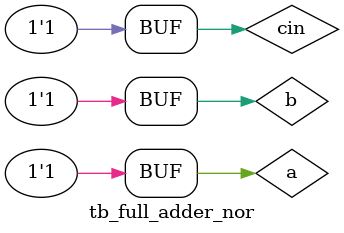
<source format=v>
module full_adder_nor(sum,cout,a, b, cin);
  input a, b, cin;
  output sum, cout;
  
  wire w1, w2, w3;

  nor n1(w1, a, b);
  nor n2(w2, cin, w1);
  nor n3(w3, w1, w2);
  nor n4(sum, w3, w3);
  nor n5(cout, w1, w2);
  
endmodule


module tb_full_adder_nor;
  
  reg a,b,cin;
  wire  sum,cout;

  full_adder_nor fa(sum,cout,a,b,cin);

    
    initial begin
            a = 0;b = 0;cin = 0;
        #10;a = 0;b = 1;cin = 0;
        #10;a = 1;b = 0;cin = 1;
        #10;a = 1;b = 1;cin = 1;
    end 
  initial
        
    $monitor($time,"\t, a=%b, b=%b, cin=%b,",a,b,cin);
endmodule
</source>
